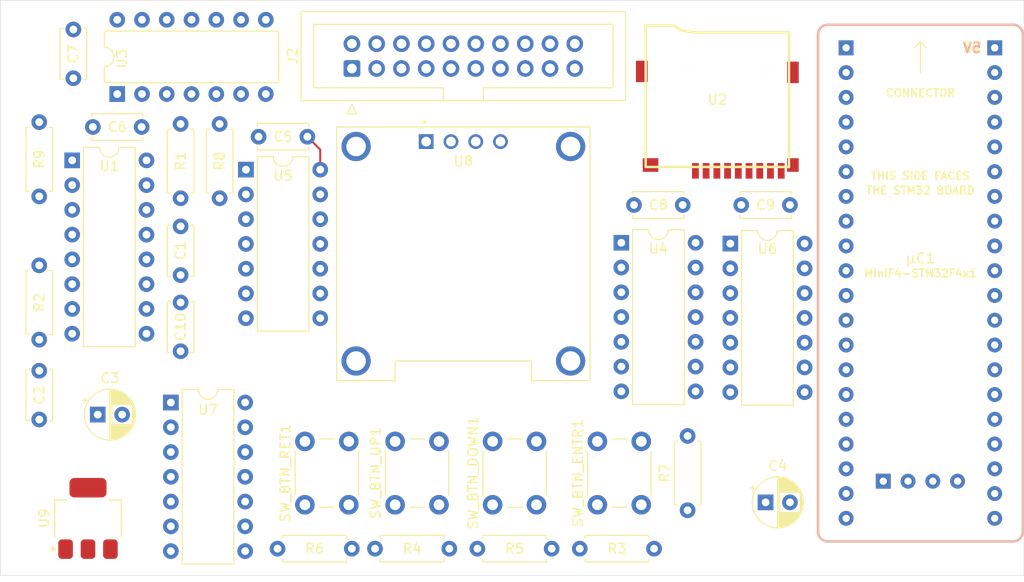
<source format=kicad_pcb>
(kicad_pcb (version 20240108) (generator "pcbnew") (generator_version "8.0")
  (layers (0 "F.Cu" signal) (31 "B.Cu" signal) (34 "B.Paste" user) (35 "F.Paste" user) (36 "B.SilkS" user "B.Silkscreen") (37 "F.SilkS" user "F.Silkscreen") (38 "B.Mask" user) (39 "F.Mask" user) (44 "Edge.Cuts" user))
  (net 0 "")
  (net 1 "Net-(U1A-Cext)")
  (net 2 "Net-(U1A-RCext)")
  (net 3 "Net-(U1B-Cext)")
  (net 4 "Net-(U1B-RCext)")
  (net 5 "GND")
  (net 6 "VCC")
  (net 8 "STEP2")
  (net 9 "WR_REQ")
  (net 10 "STEP3")
  (net 11 "DRIVE_ENABLE")
  (net 12 "STEP0")
  (net 13 "WRDATA")
  (net 18 "STEP1")
  (net 20 "RDDATA")
  (net 21 "WR_PROTECT")
  (net 22 "Net-(R3-Pad1)")
  (net 23 "Net-(R4-Pad1)")
  (net 24 "Net-(R5-Pad1)")
  (net 25 "Net-(R6-Pad1)")
  (net 26 "BTN_DOWN")
  (net 27 "BTN_ENTR")
  (net 28 "BTN_RET")
  (net 29 "BTN_UP")
  (net 30 "Net-(U1A-Q)")
  (net 32 "Net-(U1A-Clr)")
  (net 34 "Net-(U1B-Q)")
  (net 35 "SP1_MISO")
  (net 37 "/{slash}WRDATA")
  (net 38 "SPI2_MISO")
  (net 39 "+3.3V")
  (net 40 "SPI2_SCK")
  (net 41 "SPI2_MOSI")
  (net 42 "SD_EJECT")
  (net 43 "SPI2_NSS")
  (net 44 "WRPROT")
  (net 45 "SPI1_SCK")
  (net 46 "/{slash}WR_REQ")
  (net 47 "C_OUT")
  (net 48 "{slash}DRIVE_ENABLE")
  (net 49 "SPI3_SCK")
  (net 52 "NEW_WRDATA")
  (net 53 "Net-(U5B-D)")
  (net 54 "Net-(U5A-Q)")
  (net 57 "TIM4")
  (net 59 "Net-(U6A-Q3)")
  (net 63 "I2C_SDA")
  (net 64 "USART1_RX")
  (net 65 "I2C_SCL")
  (net 66 "USART1_TX")
  (net 67 "SP1_SCK")
  (footprint "Package_DIP:DIP-14_W7.62mm" (layer "F.Cu") (at 106.2 36.875)
    (property "Reference" "U5" (at 3.81 0.625 0) (layer "F.SilkS"))
    (property "Value" "74LS74")
    (pad "1" thru_hole rect (at 0 0) (size 1.6 1.6) (drill 0.8) (layers "*.Cu" "*.Mask") (net 6 "VCC"))
    (pad "2" thru_hole oval (at 0 2.54) (size 1.6 1.6) (drill 0.8) (layers "*.Cu" "*.Mask") (net 37 "/{slash}WRDATA"))
    (pad "3" thru_hole oval (at 0 5.08) (size 1.6 1.6) (drill 0.8) (layers "*.Cu" "*.Mask") (net 47 "C_OUT"))
    (pad "4" thru_hole oval (at 0 7.62) (size 1.6 1.6) (drill 0.8) (layers "*.Cu" "*.Mask") (net 6 "VCC"))
    (pad "5" thru_hole oval (at 0 10.16) (size 1.6 1.6) (drill 0.8) (layers "*.Cu" "*.Mask") (net 54 "Net-(U5A-Q)"))
    (pad "6" thru_hole oval (at 0 12.7) (size 1.6 1.6) (drill 0.8) (layers "*.Cu" "*.Mask"))
    (pad "7" thru_hole oval (at 0 15.24) (size 1.6 1.6) (drill 0.8) (layers "*.Cu" "*.Mask") (net 5 "GND"))
    (pad "8" thru_hole oval (at 7.62 15.24) (size 1.6 1.6) (drill 0.8) (layers "*.Cu" "*.Mask"))
    (pad "9" thru_hole oval (at 7.62 12.7) (size 1.6 1.6) (drill 0.8) (layers "*.Cu" "*.Mask") (net 52 "NEW_WRDATA"))
    (pad "10" thru_hole oval (at 7.62 10.16) (size 1.6 1.6) (drill 0.8) (layers "*.Cu" "*.Mask") (net 6 "VCC"))
    (pad "11" thru_hole oval (at 7.62 7.62) (size 1.6 1.6) (drill 0.8) (layers "*.Cu" "*.Mask") (net 47 "C_OUT"))
    (pad "12" thru_hole oval (at 7.62 5.08) (size 1.6 1.6) (drill 0.8) (layers "*.Cu" "*.Mask") (net 53 "Net-(U5B-D)"))
    (pad "13" thru_hole oval (at 7.62 2.54) (size 1.6 1.6) (drill 0.8) (layers "*.Cu" "*.Mask") (net 46 "/{slash}WR_REQ"))
    (pad "14" thru_hole oval (at 7.62 0) (size 1.6 1.6) (drill 0.8) (layers "*.Cu" "*.Mask") (net 6 "VCC"))
  )
  (footprint "Connector_IDC:IDC-Header_2x10_P2.54mm_Vertical" (layer "F.Cu") (at 117.07 26.5 90)
    (property "Reference" "J2" (at 1.27 -6.1 -90) (layer "F.SilkS"))
    (property "Value" "APPLE_SDISKII")
    (pad "1" thru_hole roundrect (at 0 0 90) (size 1.7 1.7) (drill 1) (layers "*.Cu" "*.Mask") (roundrect_rratio 0.147059) (net 5 "GND"))
    (pad "2" thru_hole circle (at 2.54 0 90) (size 1.7 1.7) (drill 1) (layers "*.Cu" "*.Mask") (net 12 "STEP0"))
    (pad "3" thru_hole circle (at 0 2.54 90) (size 1.7 1.7) (drill 1) (layers "*.Cu" "*.Mask") (net 5 "GND"))
    (pad "4" thru_hole circle (at 2.54 2.54 90) (size 1.7 1.7) (drill 1) (layers "*.Cu" "*.Mask") (net 18 "STEP1"))
    (pad "5" thru_hole circle (at 0 5.08 90) (size 1.7 1.7) (drill 1) (layers "*.Cu" "*.Mask") (net 5 "GND"))
    (pad "6" thru_hole circle (at 2.54 5.08 90) (size 1.7 1.7) (drill 1) (layers "*.Cu" "*.Mask") (net 8 "STEP2"))
    (pad "7" thru_hole circle (at 0 7.62 90) (size 1.7 1.7) (drill 1) (layers "*.Cu" "*.Mask") (net 5 "GND"))
    (pad "8" thru_hole circle (at 2.54 7.62 90) (size 1.7 1.7) (drill 1) (layers "*.Cu" "*.Mask") (net 10 "STEP3"))
    (pad "9" thru_hole circle (at 0 10.16 90) (size 1.7 1.7) (drill 1) (layers "*.Cu" "*.Mask"))
    (pad "10" thru_hole circle (at 2.54 10.16 90) (size 1.7 1.7) (drill 1) (layers "*.Cu" "*.Mask") (net 9 "WR_REQ"))
    (pad "11" thru_hole circle (at 0 12.7 90) (size 1.7 1.7) (drill 1) (layers "*.Cu" "*.Mask"))
    (pad "12" thru_hole circle (at 2.54 12.7 90) (size 1.7 1.7) (drill 1) (layers "*.Cu" "*.Mask") (net 6 "VCC"))
    (pad "13" thru_hole circle (at 0 15.24 90) (size 1.7 1.7) (drill 1) (layers "*.Cu" "*.Mask"))
    (pad "14" thru_hole circle (at 2.54 15.24 90) (size 1.7 1.7) (drill 1) (layers "*.Cu" "*.Mask") (net 11 "DRIVE_ENABLE"))
    (pad "15" thru_hole circle (at 0 17.78 90) (size 1.7 1.7) (drill 1) (layers "*.Cu" "*.Mask"))
    (pad "16" thru_hole circle (at 2.54 17.78 90) (size 1.7 1.7) (drill 1) (layers "*.Cu" "*.Mask") (net 20 "RDDATA"))
    (pad "17" thru_hole circle (at 0 20.32 90) (size 1.7 1.7) (drill 1) (layers "*.Cu" "*.Mask"))
    (pad "18" thru_hole circle (at 2.54 20.32 90) (size 1.7 1.7) (drill 1) (layers "*.Cu" "*.Mask") (net 13 "WRDATA"))
    (pad "19" thru_hole circle (at 0 22.86 90) (size 1.7 1.7) (drill 1) (layers "*.Cu" "*.Mask"))
    (pad "20" thru_hole circle (at 2.54 22.86 90) (size 1.7 1.7) (drill 1) (layers "*.Cu" "*.Mask") (net 21 "WR_PROTECT"))
  )
  (footprint "Resistor_THT:R_Axial_DIN0207_L6.3mm_D2.5mm_P7.62mm_Horizontal" (layer "F.Cu") (at 109.44 75.75)
    (property "Reference" "R6" (at 3.81 0 0) (layer "F.SilkS"))
    (property "Value" "10k")
    (pad "1" thru_hole circle (at 0 0) (size 1.6 1.6) (drill 0.8) (layers "*.Cu" "*.Mask") (net 25 "Net-(R6-Pad1)"))
    (pad "2" thru_hole oval (at 7.62 0) (size 1.6 1.6) (drill 0.8) (layers "*.Cu" "*.Mask") (net 6 "VCC"))
  )
  (footprint "acheron_Hardware.pretty-master:Mini_F4X1_STM32" (layer "F.Cu") (at 175.38 48.51)
    (property "Reference" "μC1" (at 0 -2.54 0) (layer "F.SilkS"))
    (property "Value" "BlackPill STMF4X1")
    (fp_text user "5V" (at 6.35 -24.13 0) (layer "B.SilkS") (effects (font (size 1.016 1.016) (thickness 0.2032)) (justify left mirror)))
    (fp_text user "THE STM32 BOARD" (at 0 -9.5 0) (layer "F.SilkS") (effects (font (size 0.8 0.8) (thickness 0.16))))
    (fp_text user "MiniF4-STM32F4x1" (at 0 -1 0) (layer "F.SilkS") (effects (font (size 0.8 0.8) (thickness 0.16))))
    (fp_text user "CONNECTOR" (at 0 -19.5 0) (layer "F.SilkS") (effects (font (size 0.8 0.8) (thickness 0.16))))
    (fp_text user "5V" (at 6.35 -24.13 0) (layer "F.SilkS") (effects (font (size 1.016 1.016) (thickness 0.2032)) (justify right)))
    (fp_text user "THIS SIDE FACES" (at 0 -11 0) (layer "F.SilkS") (effects (font (size 0.8 0.8) (thickness 0.16))))
    (pad "" np_thru_hole circle (at -7.62 -24.13) (size 0.762 0.762) (drill 0.762) (layers "F.Mask"))
    (pad "" np_thru_hole circle (at -7.62 -21.59) (size 0.762 0.762) (drill 0.762) (layers "F.Mask"))
    (pad "" np_thru_hole circle (at -7.62 -19.05) (size 0.762 0.762) (drill 0.762) (layers "F.Mask"))
    (pad "" np_thru_hole circle (at -7.62 -16.51) (size 0.762 0.762) (drill 0.762) (layers "F.Mask"))
    (pad "" np_thru_hole circle (at -7.62 -13.97) (size 0.762 0.762) (drill 0.762) (layers "F.Mask"))
    (pad "" np_thru_hole circle (at -7.62 -11.43) (size 0.762 0.762) (drill 0.762) (layers "F.Mask"))
    (pad "" np_thru_hole circle (at -7.62 -8.89) (size 0.762 0.762) (drill 0.762) (layers "F.Mask"))
    (pad "" np_thru_hole circle (at -7.62 -6.35) (size 0.762 0.762) (drill 0.762) (layers "F.Mask"))
    (pad "" np_thru_hole circle (at -7.62 -3.81) (size 0.762 0.762) (drill 0.762) (layers "F.Mask"))
    (pad "" np_thru_hole circle (at -7.62 -1.27) (size 0.762 0.762) (drill 0.762) (layers "F.Mask"))
    (pad "" np_thru_hole circle (at -7.62 1.27) (size 0.762 0.762) (drill 0.762) (layers "F.Mask"))
    (pad "" np_thru_hole circle (at -7.62 3.81) (size 0.762 0.762) (drill 0.762) (layers "F.Mask"))
    (pad "" np_thru_hole circle (at -7.62 6.35) (size 0.762 0.762) (drill 0.762) (layers "F.Mask"))
    (pad "" np_thru_hole circle (at -7.62 8.89) (size 0.762 0.762) (drill 0.762) (layers "F.Mask"))
    (pad "" np_thru_hole circle (at -7.62 11.43) (size 0.762 0.762) (drill 0.762) (layers "F.Mask"))
    (pad "" np_thru_hole circle (at -7.62 13.97) (size 0.762 0.762) (drill 0.762) (layers "F.Mask"))
    (pad "" np_thru_hole circle (at -7.62 16.51) (size 0.762 0.762) (drill 0.762) (layers "F.Mask"))
    (pad "" np_thru_hole circle (at -7.62 19.05) (size 0.762 0.762) (drill 0.762) (layers "F.Mask"))
    (pad "" np_thru_hole circle (at -7.62 21.59) (size 0.762 0.762) (drill 0.762) (layers "F.Mask"))
    (pad "" np_thru_hole circle (at -7.62 24.13 90) (size 0.762 0.762) (drill 0.762) (layers "F.Mask"))
    (pad "" np_thru_hole circle (at -3.81 20.32) (size 0.762 0.762) (drill 0.762) (layers "F.Mask"))
    (pad "" np_thru_hole circle (at -1.27 20.32) (size 0.762 0.762) (drill 0.762) (layers "F.Mask"))
    (pad "" np_thru_hole circle (at 1.27 20.32) (size 0.762 0.762) (drill 0.762) (layers "F.Mask"))
    (pad "" np_thru_hole circle (at 3.81 20.32) (size 0.762 0.762) (drill 0.762) (layers "F.Mask"))
    (pad "" np_thru_hole circle (at 7.62 -21.59) (size 0.762 0.762) (drill 0.762) (layers "F.Mask"))
    (pad "" np_thru_hole circle (at 7.62 -19.05) (size 0.762 0.762) (drill 0.762) (layers "F.Mask"))
    (pad "" np_thru_hole circle (at 7.62 -16.51) (size 0.762 0.762) (drill 0.762) (layers "F.Mask"))
    (pad "" np_thru_hole circle (at 7.62 -13.97) (size 0.762 0.762) (drill 0.762) (layers "F.Mask"))
    (pad "" np_thru_hole circle (at 7.62 -11.43) (size 0.762 0.762) (drill 0.762) (layers "F.Mask"))
    (pad "" np_thru_hole circle (at 7.62 -8.89) (size 0.762 0.762) (drill 0.762) (layers "F.Mask"))
    (pad "" np_thru_hole circle (at 7.62 -6.35) (size 0.762 0.762) (drill 0.762) (layers "F.Mask"))
    (pad "" np_thru_hole circle (at 7.62 -3.81) (size 0.762 0.762) (drill 0.762) (layers "F.Mask"))
    (pad "" np_thru_hole circle (at 7.62 -1.27) (size 0.762 0.762) (drill 0.762) (layers "F.Mask"))
    (pad "" np_thru_hole circle (at 7.62 1.27) (size 0.762 0.762) (drill 0.762) (layers "F.Mask"))
    (pad "" np_thru_hole circle (at 7.62 3.81) (size 0.762 0.762) (drill 0.762) (layers "F.Mask"))
    (pad "" np_thru_hole circle (at 7.62 6.35) (size 0.762 0.762) (drill 0.762) (layers "F.Mask"))
    (pad "" np_thru_hole circle (at 7.62 8.89) (size 0.762 0.762) (drill 0.762) (layers "F.Mask"))
    (pad "" np_thru_hole circle (at 7.62 11.43) (size 0.762 0.762) (drill 0.762) (layers "F.Mask"))
    (pad "" np_thru_hole circle (at 7.62 13.97) (size 0.762 0.762) (drill 0.762) (layers "F.Mask"))
    (pad "" np_thru_hole circle (at 7.62 16.51) (size 0.762 0.762) (drill 0.762) (layers "F.Mask"))
    (pad "" np_thru_hole circle (at 7.62 19.05) (size 0.762 0.762) (drill 0.762) (layers "F.Mask"))
    (pad "" np_thru_hole circle (at 7.62 21.59) (size 0.762 0.762) (drill 0.762) (layers "F.Mask"))
    (pad "" np_thru_hole circle (at 7.62 24.13) (size 0.762 0.762) (drill 0.762) (layers "F.Mask"))
    (pad "1" thru_hole rect (at -7.62 -24.13) (size 1.524 1.524) (drill 0.762) (layers "*.Cu" "B.Mask") (net 43 "SPI2_NSS"))
    (pad "2" thru_hole circle (at -7.62 -21.59) (size 1.524 1.524) (drill 0.762) (layers "*.Cu" "B.Mask") (net 40 "SPI2_SCK"))
    (pad "3" thru_hole circle (at -7.62 -19.05) (size 1.524 1.524) (drill 0.762) (layers "*.Cu" "B.Mask") (net 38 "SPI2_MISO"))
    (pad "4" thru_hole circle (at -7.62 -16.51) (size 1.524 1.524) (drill 0.762) (layers "*.Cu" "B.Mask") (net 41 "SPI2_MOSI"))
    (pad "5" thru_hole circle (at -7.62 -13.97) (size 1.524 1.524) (drill 0.762) (layers "*.Cu" "B.Mask"))
    (pad "6" thru_hole circle (at -7.62 -11.43) (size 1.524 1.524) (drill 0.762) (layers "*.Cu" "B.Mask") (net 66 "USART1_TX"))
    (pad "7" thru_hole circle (at -7.62 -8.89) (size 1.524 1.524) (drill 0.762) (layers "*.Cu" "B.Mask") (net 64 "USART1_RX"))
    (pad "8" thru_hole circle (at -7.62 -6.35) (size 1.524 1.524) (drill 0.762) (layers "*.Cu" "B.Mask"))
    (pad "9" thru_hole circle (at -7.62 -3.81) (size 1.524 1.524) (drill 0.762) (layers "*.Cu" "B.Mask"))
    (pad "10" thru_hole circle (at -7.62 -1.27) (size 1.524 1.524) (drill 0.762) (layers "*.Cu" "B.Mask"))
    (pad "11" thru_hole circle (at -7.62 1.27) (size 1.524 1.524) (drill 0.762) (layers "*.Cu" "B.Mask") (net 49 "SPI3_SCK"))
    (pad "12" thru_hole circle (at -7.62 3.81) (size 1.524 1.524) (drill 0.762) (layers "*.Cu" "B.Mask") (net 45 "SPI1_SCK"))
    (pad "13" thru_hole circle (at -7.62 6.35) (size 1.524 1.524) (drill 0.762) (layers "*.Cu" "B.Mask") (net 52 "NEW_WRDATA"))
    (pad "14" thru_hole circle (at -7.62 8.89) (size 1.524 1.524) (drill 0.762) (layers "*.Cu" "B.Mask") (net 65 "I2C_SCL"))
    (pad "15" thru_hole circle (at -7.62 11.43) (size 1.524 1.524) (drill 0.762) (layers "*.Cu" "B.Mask") (net 63 "I2C_SDA"))
    (pad "16" thru_hole circle (at -7.62 13.97) (size 1.524 1.524) (drill 0.762) (layers "*.Cu" "B.Mask") (net 57 "TIM4"))
    (pad "17" thru_hole circle (at -7.62 16.51) (size 1.524 1.524) (drill 0.762) (layers "*.Cu" "B.Mask") (net 9 "WR_REQ"))
    (pad "18" thru_hole circle (at -7.62 19.05) (size 1.524 1.524) (drill 0.762) (layers "*.Cu" "B.Mask"))
    (pad "19" thru_hole circle (at -7.62 21.59) (size 1.524 1.524) (drill 0.762) (layers "*.Cu" "B.Mask") (net 5 "GND"))
    (pad "20" thru_hole circle (at -7.62 24.13) (size 1.524 1.524) (drill 0.762) (layers "*.Cu" "B.Mask") (net 39 "+3.3V"))
    (pad "21" thru_hole circle (at 7.62 24.13) (size 1.524 1.524) (drill 0.762) (layers "*.Cu" "B.Mask"))
    (pad "22" thru_hole circle (at 7.62 21.59) (size 1.524 1.524) (drill 0.762) (layers "*.Cu" "B.Mask") (net 27 "BTN_ENTR"))
    (pad "23" thru_hole circle (at 7.62 19.05) (size 1.524 1.524) (drill 0.762) (layers "*.Cu" "B.Mask") (net 29 "BTN_UP"))
    (pad "24" thru_hole circle (at 7.62 16.51) (size 1.524 1.524) (drill 0.762) (layers "*.Cu" "B.Mask") (net 26 "BTN_DOWN"))
    (pad "25" thru_hole circle (at 7.62 13.97) (size 1.524 1.524) (drill 0.762) (layers "*.Cu" "B.Mask"))
    (pad "26" thru_hole circle (at 7.62 11.43) (size 1.524 1.524) (drill 0.762) (layers "*.Cu" "B.Mask") (net 12 "STEP0"))
    (pad "27" thru_hole circle (at 7.62 8.89) (size 1.524 1.524) (drill 0.762) (layers "*.Cu" "B.Mask") (net 18 "STEP1"))
    (pad "28" thru_hole circle (at 7.62 6.35) (size 1.524 1.524) (drill 0.762) (layers "*.Cu" "B.Mask") (net 8 "STEP2"))
    (pad "29" thru_hole circle (at 7.62 3.81) (size 1.524 1.524) (drill 0.762) (layers "*.Cu" "B.Mask") (net 10 "STEP3"))
    (pad "30" thru_hole circle (at 7.62 1.27) (size 1.524 1.524) (drill 0.762) (layers "*.Cu" "B.Mask") (net 48 "{slash}DRIVE_ENABLE"))
    (pad "31" thru_hole circle (at 7.62 -1.27) (size 1.524 1.524) (drill 0.762) (layers "*.Cu" "B.Mask") (net 67 "SP1_SCK"))
    (pad "32" thru_hole circle (at 7.62 -3.81) (size 1.524 1.524) (drill 0.762) (layers "*.Cu" "B.Mask") (net 35 "SP1_MISO"))
    (pad "33" thru_hole circle (at 7.62 -6.35) (size 1.524 1.524) (drill 0.762) (layers "*.Cu" "B.Mask") (net 42 "SD_EJECT"))
    (pad "34" thru_hole circle (at 7.62 -8.89) (size 1.524 1.524) (drill 0.762) (layers "*.Cu" "B.Mask"))
    (pad "35" thru_hole circle (at 7.62 -11.43) (size 1.524 1.524) (drill 0.762) (layers "*.Cu" "B.Mask") (net 44 "WRPROT"))
    (pad "36" thru_hole circle (at 7.62 -13.97) (size 1.524 1.524) (drill 0.762) (layers "*.Cu" "B.Mask"))
    (pad "37" thru_hole circle (at 7.62 -16.51) (size 1.524 1.524) (drill 0.762) (layers "*.Cu" "B.Mask") (net 28 "BTN_RET"))
    (pad "38" thru_hole circle (at 7.62 -19.05) (size 1.524 1.524) (drill 0.762) (layers "*.Cu" "B.Mask"))
    (pad "39" thru_hole circle (at 7.62 -21.59) (size 1.524 1.524) (drill 0.762) (layers "*.Cu" "B.Mask") (net 5 "GND"))
    (pad "40" thru_hole rect (at 7.62 -24.13) (size 1.524 1.524) (drill 0.762) (layers "*.Cu" "*.Mask"))
    (pad "41" thru_hole rect (at -3.81 20.32) (size 1.524 1.524) (drill 0.762) (layers "*.Cu" "B.Mask"))
    (pad "42" thru_hole circle (at -1.27 20.32) (size 1.524 1.524) (drill 0.762) (layers "*.Cu" "B.Mask"))
    (pad "43" thru_hole circle (at 1.27 20.32) (size 1.524 1.524) (drill 0.762) (layers "*.Cu" "B.Mask"))
    (pad "44" thru_hole circle (at 3.81 20.32) (size 1.524 1.524) (drill 0.762) (layers "*.Cu" "B.Mask"))
  )
  (footprint "Button_Switch_THT:SW_PUSH_6mm" (layer "F.Cu") (at 121.5 71.25 90)
    (property "Reference" "SW_BTN_UP1" (at 3.25 -2 270) (layer "F.SilkS"))
    (property "Value" "SW_Push")
    (pad "1" thru_hole circle (at 0 0 180) (size 2 2) (drill 1.1) (layers "*.Cu" "*.Mask") (net 23 "Net-(R4-Pad1)"))
    (pad "1" thru_hole circle (at 6.5 0 180) (size 2 2) (drill 1.1) (layers "*.Cu" "*.Mask") (net 23 "Net-(R4-Pad1)"))
    (pad "2" thru_hole circle (at 0 4.5 180) (size 2 2) (drill 1.1) (layers "*.Cu" "*.Mask") (net 29 "BTN_UP"))
    (pad "2" thru_hole circle (at 6.5 4.5 180) (size 2 2) (drill 1.1) (layers "*.Cu" "*.Mask") (net 29 "BTN_UP"))
  )
  (footprint "Resistor_THT:R_Axial_DIN0207_L6.3mm_D2.5mm_P7.62mm_Horizontal" (layer "F.Cu") (at 85 46.69 -90)
    (property "Reference" "R2" (at 3.81 0 90) (layer "F.SilkS"))
    (property "Value" "10k")
    (pad "1" thru_hole circle (at 0 0 270) (size 1.6 1.6) (drill 0.8) (layers "*.Cu" "*.Mask") (net 4 "Net-(U1B-RCext)"))
    (pad "2" thru_hole oval (at 7.62 0 270) (size 1.6 1.6) (drill 0.8) (layers "*.Cu" "*.Mask") (net 6 "VCC"))
  )
  (footprint "Resistor_THT:R_Axial_DIN0207_L6.3mm_D2.5mm_P7.62mm_Horizontal" (layer "F.Cu") (at 103.5 39.81 90)
    (property "Reference" "R8" (at 3.81 0 270) (layer "F.SilkS"))
    (property "Value" "1k")
    (pad "1" thru_hole circle (at 0 0 90) (size 1.6 1.6) (drill 0.8) (layers "*.Cu" "*.Mask") (net 6 "VCC"))
    (pad "2" thru_hole oval (at 7.62 0 90) (size 1.6 1.6) (drill 0.8) (layers "*.Cu" "*.Mask") (net 21 "WR_PROTECT"))
  )
  (footprint "Capacitor_THT:C_Disc_D5.0mm_W2.5mm_P5.00mm" (layer "F.Cu") (at 157 40.5)
    (property "Reference" "C9" (at 2.5 0 0) (layer "F.SilkS"))
    (property "Value" "100nF")
    (pad "1" thru_hole circle (at 0 0) (size 1.6 1.6) (drill 0.8) (layers "*.Cu" "*.Mask") (net 6 "VCC"))
    (pad "2" thru_hole circle (at 5 0) (size 1.6 1.6) (drill 0.8) (layers "*.Cu" "*.Mask") (net 5 "GND"))
  )
  (footprint "Resistor_THT:R_Axial_DIN0207_L6.3mm_D2.5mm_P7.62mm_Horizontal" (layer "F.Cu") (at 99.5 39.81 90)
    (property "Reference" "R1" (at 3.81 0 270) (layer "F.SilkS"))
    (property "Value" "10k")
    (pad "1" thru_hole circle (at 0 0 90) (size 1.6 1.6) (drill 0.8) (layers "*.Cu" "*.Mask") (net 2 "Net-(U1A-RCext)"))
    (pad "2" thru_hole oval (at 7.62 0 90) (size 1.6 1.6) (drill 0.8) (layers "*.Cu" "*.Mask") (net 6 "VCC"))
  )
  (footprint "Capacitor_THT:C_Disc_D5.0mm_W2.5mm_P5.00mm" (layer "F.Cu") (at 99.5 42.69 -90)
    (property "Reference" "C1" (at 2.5 0 90) (layer "F.SilkS"))
    (property "Value" "220pF")
    (pad "1" thru_hole circle (at 0 0 270) (size 1.6 1.6) (drill 0.8) (layers "*.Cu" "*.Mask") (net 2 "Net-(U1A-RCext)"))
    (pad "2" thru_hole circle (at 5 0 270) (size 1.6 1.6) (drill 0.8) (layers "*.Cu" "*.Mask") (net 1 "Net-(U1A-Cext)"))
  )
  (footprint "Resistor_THT:R_Axial_DIN0207_L6.3mm_D2.5mm_P7.62mm_Horizontal" (layer "F.Cu") (at 85 32 -90)
    (property "Reference" "R9" (at 3.81 0 90) (layer "F.SilkS"))
    (property "Value" "1k")
    (pad "1" thru_hole circle (at 0 0 270) (size 1.6 1.6) (drill 0.8) (layers "*.Cu" "*.Mask") (net 20 "RDDATA"))
    (pad "2" thru_hole oval (at 7.62 0 270) (size 1.6 1.6) (drill 0.8) (layers "*.Cu" "*.Mask") (net 6 "VCC"))
  )
  (footprint "Resistor_THT:R_Axial_DIN0207_L6.3mm_D2.5mm_P7.62mm_Horizontal" (layer "F.Cu") (at 119.44 75.75)
    (property "Reference" "R4" (at 3.81 0 0) (layer "F.SilkS"))
    (property "Value" "10k")
    (pad "1" thru_hole circle (at 0 0) (size 1.6 1.6) (drill 0.8) (layers "*.Cu" "*.Mask") (net 23 "Net-(R4-Pad1)"))
    (pad "2" thru_hole oval (at 7.62 0) (size 1.6 1.6) (drill 0.8) (layers "*.Cu" "*.Mask") (net 6 "VCC"))
  )
  (footprint "Resistor_THT:R_Axial_DIN0207_L6.3mm_D2.5mm_P7.62mm_Horizontal" (layer "F.Cu") (at 151.5 71.81 90)
    (property "Reference" "R7" (at 3.81 -2.37 270) (layer "F.SilkS"))
    (property "Value" "1k")
    (pad "1" thru_hole circle (at 0 0 90) (size 1.6 1.6) (drill 0.8) (layers "*.Cu" "*.Mask") (net 9 "WR_REQ"))
    (pad "2" thru_hole oval (at 7.62 0 90) (size 1.6 1.6) (drill 0.8) (layers "*.Cu" "*.Mask") (net 6 "VCC"))
  )
  (footprint "Package_DIP:DIP-14_W7.62mm" (layer "F.Cu") (at 93 29.12 90)
    (property "Reference" "U3" (at 3.62 0.5 270) (layer "F.SilkS"))
    (property "Value" "74LS125")
    (pad "1" thru_hole rect (at 0 0 90) (size 1.6 1.6) (drill 0.8) (layers "*.Cu" "*.Mask") (net 11 "DRIVE_ENABLE"))
    (pad "2" thru_hole oval (at 0 2.54 90) (size 1.6 1.6) (drill 0.8) (layers "*.Cu" "*.Mask") (net 30 "Net-(U1A-Q)"))
    (pad "3" thru_hole oval (at 0 5.08 90) (size 1.6 1.6) (drill 0.8) (layers "*.Cu" "*.Mask") (net 20 "RDDATA"))
    (pad "4" thru_hole oval (at 0 7.62 90) (size 1.6 1.6) (drill 0.8) (layers "*.Cu" "*.Mask") (net 11 "DRIVE_ENABLE"))
    (pad "5" thru_hole oval (at 0 10.16 90) (size 1.6 1.6) (drill 0.8) (layers "*.Cu" "*.Mask") (net 44 "WRPROT"))
    (pad "6" thru_hole oval (at 0 12.7 90) (size 1.6 1.6) (drill 0.8) (layers "*.Cu" "*.Mask") (net 21 "WR_PROTECT"))
    (pad "7" thru_hole oval (at 0 15.24 90) (size 1.6 1.6) (drill 0.8) (layers "*.Cu" "*.Mask") (net 5 "GND"))
    (pad "8" thru_hole oval (at 7.62 15.24 90) (size 1.6 1.6) (drill 0.8) (layers "*.Cu" "*.Mask"))
    (pad "9" thru_hole oval (at 7.62 12.7 90) (size 1.6 1.6) (drill 0.8) (layers "*.Cu" "*.Mask"))
    (pad "10" thru_hole oval (at 7.62 10.16 90) (size 1.6 1.6) (drill 0.8) (layers "*.Cu" "*.Mask"))
    (pad "11" thru_hole oval (at 7.62 7.62 90) (size 1.6 1.6) (drill 0.8) (layers "*.Cu" "*.Mask"))
    (pad "12" thru_hole oval (at 7.62 5.08 90) (size 1.6 1.6) (drill 0.8) (layers "*.Cu" "*.Mask"))
    (pad "13" thru_hole oval (at 7.62 2.54 90) (size 1.6 1.6) (drill 0.8) (layers "*.Cu" "*.Mask"))
    (pad "14" thru_hole oval (at 7.62 0 90) (size 1.6 1.6) (drill 0.8) (layers "*.Cu" "*.Mask") (net 6 "VCC"))
  )
  (footprint "Capacitor_THT:C_Disc_D5.0mm_W2.5mm_P5.00mm" (layer "F.Cu") (at 88.5 22.5 -90)
    (property "Reference" "C7" (at 2.5 0 90) (layer "F.SilkS"))
    (property "Value" "100nF")
    (pad "1" thru_hole circle (at 0 0 270) (size 1.6 1.6) (drill 0.8) (layers "*.Cu" "*.Mask") (net 6 "VCC"))
    (pad "2" thru_hole circle (at 5 0 270) (size 1.6 1.6) (drill 0.8) (layers "*.Cu" "*.Mask") (net 5 "GND"))
  )
  (footprint "Capacitor_THT:C_Disc_D5.0mm_W2.5mm_P5.00mm" (layer "F.Cu") (at 112.5 33.5 180)
    (property "Reference" "C5" (at 2.5 0 180) (layer "F.SilkS"))
    (property "Value" "100nF")
    (pad "1" thru_hole circle (at 0 0 180) (size 1.6 1.6) (drill 0.8) (layers "*.Cu" "*.Mask") (net 6 "VCC"))
    (pad "2" thru_hole circle (at 5 0 180) (size 1.6 1.6) (drill 0.8) (layers "*.Cu" "*.Mask") (net 5 "GND"))
  )
  (footprint "Package_DIP:DIP-14_W7.62mm" (layer "F.Cu") (at 144.7 44.375)
    (property "Reference" "U4" (at 3.81 0.625 0) (layer "F.SilkS"))
    (property "Value" "74LS14")
    (pad "1" thru_hole rect (at 0 0) (size 1.6 1.6) (drill 0.8) (layers "*.Cu" "*.Mask") (net 45 "SPI1_SCK"))
    (pad "2" thru_hole oval (at 0 2.54) (size 1.6 1.6) (drill 0.8) (layers "*.Cu" "*.Mask") (net 32 "Net-(U1A-Clr)"))
    (pad "3" thru_hole oval (at 0 5.08) (size 1.6 1.6) (drill 0.8) (layers "*.Cu" "*.Mask") (net 9 "WR_REQ"))
    (pad "4" thru_hole oval (at 0 7.62) (size 1.6 1.6) (drill 0.8) (layers "*.Cu" "*.Mask") (net 46 "/{slash}WR_REQ"))
    (pad "5" thru_hole oval (at 0 10.16) (size 1.6 1.6) (drill 0.8) (layers "*.Cu" "*.Mask") (net 13 "WRDATA"))
    (pad "6" thru_hole oval (at 0 12.7) (size 1.6 1.6) (drill 0.8) (layers "*.Cu" "*.Mask") (net 37 "/{slash}WRDATA"))
    (pad "7" thru_hole oval (at 0 15.24) (size 1.6 1.6) (drill 0.8) (layers "*.Cu" "*.Mask") (net 5 "GND"))
    (pad "8" thru_hole oval (at 7.62 15.24) (size 1.6 1.6) (drill 0.8) (layers "*.Cu" "*.Mask") (net 49 "SPI3_SCK"))
    (pad "9" thru_hole oval (at 7.62 12.7) (size 1.6 1.6) (drill 0.8) (layers "*.Cu" "*.Mask") (net 47 "C_OUT"))
    (pad "10" thru_hole oval (at 7.62 10.16) (size 1.6 1.6) (drill 0.8) (layers "*.Cu" "*.Mask") (net 48 "{slash}DRIVE_ENABLE"))
    (pad "11" thru_hole oval (at 7.62 7.62) (size 1.6 1.6) (drill 0.8) (layers "*.Cu" "*.Mask") (net 11 "DRIVE_ENABLE"))
    (pad "12" thru_hole oval (at 7.62 5.08) (size 1.6 1.6) (drill 0.8) (layers "*.Cu" "*.Mask"))
    (pad "13" thru_hole oval (at 7.62 2.54) (size 1.6 1.6) (drill 0.8) (layers "*.Cu" "*.Mask"))
    (pad "14" thru_hole oval (at 7.62 0) (size 1.6 1.6) (drill 0.8) (layers "*.Cu" "*.Mask") (net 6 "VCC"))
  )
  (footprint "Package_DIP:DIP-14_W7.62mm" (layer "F.Cu") (at 98.5 60.76)
    (property "Reference" "U7" (at 3.81 0.74 0) (layer "F.SilkS"))
    (property "Value" "74LS86")
    (pad "1" thru_hole rect (at 0 0) (size 1.6 1.6) (drill 0.8) (layers "*.Cu" "*.Mask") (net 37 "/{slash}WRDATA"))
    (pad "2" thru_hole oval (at 0 2.54) (size 1.6 1.6) (drill 0.8) (layers "*.Cu" "*.Mask") (net 54 "Net-(U5A-Q)"))
    (pad "3" thru_hole oval (at 0 5.08) (size 1.6 1.6) (drill 0.8) (layers "*.Cu" "*.Mask") (net 53 "Net-(U5B-D)"))
    (pad "4" thru_hole oval (at 0 7.62) (size 1.6 1.6) (drill 0.8) (layers "*.Cu" "*.Mask"))
    (pad "5" thru_hole oval (at 0 10.16) (size 1.6 1.6) (drill 0.8) (layers "*.Cu" "*.Mask"))
    (pad "6" thru_hole oval (at 0 12.7) (size 1.6 1.6) (drill 0.8) (layers "*.Cu" "*.Mask"))
    (pad "7" thru_hole oval (at 0 15.24) (size 1.6 1.6) (drill 0.8) (layers "*.Cu" "*.Mask") (net 5 "GND"))
    (pad "8" thru_hole oval (at 7.62 15.24) (size 1.6 1.6) (drill 0.8) (layers "*.Cu" "*.Mask"))
    (pad "9" thru_hole oval (at 7.62 12.7) (size 1.6 1.6) (drill 0.8) (layers "*.Cu" "*.Mask"))
    (pad "10" thru_hole oval (at 7.62 10.16) (size 1.6 1.6) (drill 0.8) (layers "*.Cu" "*.Mask"))
    (pad "11" thru_hole oval (at 7.62 7.62) (size 1.6 1.6) (drill 0.8) (layers "*.Cu" "*.Mask"))
    (pad "12" thru_hole oval (at 7.62 5.08) (size 1.6 1.6) (drill 0.8) (layers "*.Cu" "*.Mask"))
    (pad "13" thru_hole oval (at 7.62 2.54) (size 1.6 1.6) (drill 0.8) (layers "*.Cu" "*.Mask"))
    (pad "14" thru_hole oval (at 7.62 0) (size 1.6 1.6) (drill 0.8) (layers "*.Cu" "*.Mask") (net 6 "VCC"))
  )
  (footprint "Button_Switch_THT:SW_PUSH_6mm" (layer "F.Cu") (at 142.25 71.25 90)
    (property "Reference" "SW_BTN_ENTR1" (at 3.25 -2 270) (layer "F.SilkS"))
    (property "Value" "SW_Push")
    (pad "1" thru_hole circle (at 0 0 180) (size 2 2) (drill 1.1) (layers "*.Cu" "*.Mask") (net 22 "Net-(R3-Pad1)"))
    (pad "1" thru_hole circle (at 6.5 0 180) (size 2 2) (drill 1.1) (layers "*.Cu" "*.Mask") (net 22 "Net-(R3-Pad1)"))
    (pad "2" thru_hole circle (at 0 4.5 180) (size 2 2) (drill 1.1) (layers "*.Cu" "*.Mask") (net 27 "BTN_ENTR"))
    (pad "2" thru_hole circle (at 6.5 4.5 180) (size 2 2) (drill 1.1) (layers "*.Cu" "*.Mask") (net 27 "BTN_ENTR"))
  )
  (footprint "Capacitor_THT:C_Disc_D5.0mm_W2.5mm_P5.00mm" (layer "F.Cu") (at 146 40.5)
    (property "Reference" "C8" (at 2.5 0 0) (layer "F.SilkS"))
    (property "Value" "100nF")
    (pad "1" thru_hole circle (at 0 0) (size 1.6 1.6) (drill 0.8) (layers "*.Cu" "*.Mask") (net 6 "VCC"))
    (pad "2" thru_hole circle (at 5 0) (size 1.6 1.6) (drill 0.8) (layers "*.Cu" "*.Mask") (net 5 "GND"))
  )
  (footprint "Capacitor_THT:CP_Radial_D5.0mm_P2.50mm" (layer "F.Cu") (at 91 62)
    (property "Reference" "C3" (at 1.25 -3.75 0) (layer "F.SilkS"))
    (property "Value" "10uF")
    (pad "1" thru_hole rect (at 0 0) (size 1.6 1.6) (drill 0.8) (layers "*.Cu" "*.Mask") (net 6 "VCC"))
    (pad "2" thru_hole circle (at 2.5 0) (size 1.6 1.6) (drill 0.8) (layers "*.Cu" "*.Mask") (net 5 "GND"))
  )
  (footprint "Capacitor_THT:C_Disc_D5.0mm_W2.5mm_P5.00mm" (layer "F.Cu") (at 85 57.5 -90)
    (property "Reference" "C2" (at 2.5 0 90) (layer "F.SilkS"))
    (property "Value" "47pF")
    (pad "1" thru_hole circle (at 0 0 270) (size 1.6 1.6) (drill 0.8) (layers "*.Cu" "*.Mask") (net 3 "Net-(U1B-Cext)"))
    (pad "2" thru_hole circle (at 5 0 270) (size 1.6 1.6) (drill 0.8) (layers "*.Cu" "*.Mask") (net 4 "Net-(U1B-RCext)"))
  )
  (footprint "Capacitor_THT:CP_Radial_D5.0mm_P2.50mm" (layer "F.Cu") (at 159.5 71)
    (property "Reference" "C4" (at 1.25 -3.75 0) (layer "F.SilkS"))
    (property "Value" "10uF 25V")
    (pad "1" thru_hole rect (at 0 0) (size 1.6 1.6) (drill 0.8) (layers "*.Cu" "*.Mask") (net 39 "+3.3V"))
    (pad "2" thru_hole circle (at 2.5 0) (size 1.6 1.6) (drill 0.8) (layers "*.Cu" "*.Mask") (net 5 "GND"))
  )
  (footprint "Package_TO_SOT_SMD:SOT-223-3_TabPin2" (layer "F.Cu") (at 90 72.65 90)
    (property "Reference" "U9" (at 0 -4.5 270) (layer "F.SilkS"))
    (property "Value" "TLV76133DCY")
    (pad "1" smd roundrect (at -3.15 -2.3 90) (size 2 1.5) (layers "F.Cu" "F.Paste" "F.Mask") (net 5 "GND"))
    (pad "2" smd roundrect (at -3.15 0 90) (size 2 1.5) (layers "F.Cu" "F.Paste" "F.Mask") (net 39 "+3.3V"))
    (pad "2" smd roundrect (at 3.15 0 90) (size 2 3.8) (layers "F.Cu" "F.Paste" "F.Mask") (net 39 "+3.3V"))
    (pad "3" smd roundrect (at -3.15 2.3 90) (size 2 1.5) (layers "F.Cu" "F.Paste" "F.Mask") (net 6 "VCC"))
  )
  (footprint "Capacitor_THT:C_Disc_D5.0mm_W2.5mm_P5.00mm" (layer "F.Cu") (at 95.5 32.5 180)
    (property "Reference" "C6" (at 2.5 0 180) (layer "F.SilkS"))
    (property "Value" "100nF")
    (pad "1" thru_hole circle (at 0 0 180) (size 1.6 1.6) (drill 0.8) (layers "*.Cu" "*.Mask") (net 6 "VCC"))
    (pad "2" thru_hole circle (at 5 0 180) (size 1.6 1.6) (drill 0.8) (layers "*.Cu" "*.Mask") (net 5 "GND"))
  )
  (footprint "DM-OLED096-636:MODULE_DM-OLED096-636" (layer "F.Cu") (at 128.5 45.5)
    (property "Reference" "U8" (at 0 -9.5 0) (layer "F.SilkS"))
    (property "Value" "DM-OLED096-636")
    (pad "1" thru_hole rect (at -3.81 -11.5) (size 1.508 1.508) (drill 1) (layers "*.Cu" "*.Mask") (net 5 "GND"))
    (pad "2" thru_hole circle (at -1.27 -11.5) (size 1.508 1.508) (drill 1) (layers "*.Cu" "*.Mask") (net 39 "+3.3V"))
    (pad "3" thru_hole circle (at 1.27 -11.5) (size 1.508 1.508) (drill 1) (layers "*.Cu" "*.Mask") (net 65 "I2C_SCL"))
    (pad "4" thru_hole circle (at 3.81 -11.5) (size 1.508 1.508) (drill 1) (layers "*.Cu" "*.Mask") (net 63 "I2C_SDA"))
    (pad "S1" thru_hole circle (at -11 -11) (size 3 3) (drill 2) (layers "*.Cu" "*.Mask"))
    (pad "S2" thru_hole circle (at 11 -11) (size 3 3) (drill 2) (layers "*.Cu" "*.Mask"))
    (pad "S3" thru_hole circle (at 11 11) (size 3 3) (drill 2) (layers "*.Cu" "*.Mask"))
    (pad "S4" thru_hole circle (at -11 11) (size 3 3) (drill 2) (layers "*.Cu" "*.Mask"))
  )
  (footprint "Resistor_THT:R_Axial_DIN0207_L6.3mm_D2.5mm_P7.62mm_Horizontal" (layer "F.Cu") (at 129.94 75.75)
    (property "Reference" "R5" (at 3.81 0 0) (layer "F.SilkS"))
    (property "Value" "10k")
    (pad "1" thru_hole circle (at 0 0) (size 1.6 1.6) (drill 0.8) (layers "*.Cu" "*.Mask") (net 24 "Net-(R5-Pad1)"))
    (pad "2" thru_hole oval (at 7.62 0) (size 1.6 1.6) (drill 0.8) (layers "*.Cu" "*.Mask") (net 6 "VCC"))
  )
  (footprint "sdisk_stm32:GCT-MEM2055-00-190-01-A" (layer "F.Cu") (at 154.55 37.8)
    (property "Reference" "U2" (at 0 -8.1 0) (layer "F.SilkS"))
    (property "Value" "MicroSD_SPI_CD")
    (pad "" smd rect (at -6.85 -1.4) (size 1.6 1.4) (layers "F.Cu" "F.Paste" "F.Mask"))
    (pad "" np_thru_hole circle (at -3.05 -11.3 180) (size 1 1) (drill 1) (layers "*.Cu" "*.Mask" "F.SilkS"))
    (pad "" np_thru_hole circle (at 4.95 -11.3 180) (size 1 1) (drill 1) (layers "*.Cu" "*.Mask" "F.SilkS"))
    (pad "" smd rect (at 7.75 -10.9 180) (size 1.2 2.2) (layers "F.Cu" "F.Paste" "F.Mask"))
    (pad "1" smd rect (at -2.25 -0.8) (size 0.7 1.6) (layers "F.Cu" "F.Paste" "F.Mask"))
    (pad "2" smd rect (at -1.15 -0.8) (size 0.7 1.6) (layers "F.Cu" "F.Paste" "F.Mask") (net 43 "SPI2_NSS"))
    (pad "3" smd rect (at -0.05 -0.8) (size 0.7 1.6) (layers "F.Cu" "F.Paste" "F.Mask") (net 41 "SPI2_MOSI"))
    (pad "4" smd rect (at 1.05 -0.8) (size 0.7 1.6) (layers "F.Cu" "F.Paste" "F.Mask") (net 39 "+3.3V"))
    (pad "5" smd rect (at 2.15 -0.8) (size 0.7 1.6) (layers "F.Cu" "F.Paste" "F.Mask") (net 40 "SPI2_SCK"))
    (pad "6" smd rect (at 3.25 -0.8) (size 0.7 1.6) (layers "F.Cu" "F.Paste" "F.Mask") (net 5 "GND"))
    (pad "7" smd rect (at 4.35 -0.8) (size 0.7 1.6) (layers "F.Cu" "F.Paste" "F.Mask") (net 38 "SPI2_MISO"))
    (pad "8" smd rect (at 5.45 -0.8) (size 0.7 1.6) (layers "F.Cu" "F.Paste" "F.Mask"))
    (pad "9" smd rect (at 6.55 -0.8) (size 0.7 1.6) (layers "F.Cu" "F.Paste" "F.Mask") (net 42 "SD_EJECT"))
    (pad "10" smd rect (at 7.75 -1.4) (size 1.2 1.4) (layers "F.Cu" "F.Paste" "F.Mask"))
    (pad "~" smd rect (at -7.75 -11 180) (size 1.2 2.2) (layers "F.Cu" "F.Paste" "F.Mask"))
  )
  (footprint "Button_Switch_THT:SW_PUSH_6mm" (layer "F.Cu") (at 112.25 71.25 90)
    (property "Reference" "SW_BTN_RET1" (at 3.25 -2 270) (layer "F.SilkS"))
    (property "Value" "SW_Push")
    (pad "1" thru_hole circle (at 0 0 180) (size 2 2) (drill 1.1) (layers "*.Cu" "*.Mask") (net 25 "Net-(R6-Pad1)"))
    (pad "1" thru_hole circle (at 6.5 0 180) (size 2 2) (drill 1.1) (layers "*.Cu" "*.Mask") (net 25 "Net-(R6-Pad1)"))
    (pad "2" thru_hole circle (at 0 4.5 180) (size 2 2) (drill 1.1) (layers "*.Cu" "*.Mask") (net 28 "BTN_RET"))
    (pad "2" thru_hole circle (at 6.5 4.5 180) (size 2 2) (drill 1.1) (layers "*.Cu" "*.Mask") (net 28 "BTN_RET"))
  )
  (footprint "Package_DIP:DIP-16_W7.62mm" (layer "F.Cu") (at 88.38 35.92)
    (property "Reference" "U1" (at 3.81 0.58 360) (layer "F.SilkS"))
    (property "Value" "74LS123")
    (pad "1" thru_hole rect (at 0 0) (size 1.6 1.6) (drill 0.8) (layers "*.Cu" "*.Mask") (net 5 "GND"))
    (pad "2" thru_hole oval (at 0 2.54) (size 1.6 1.6) (drill 0.8) (layers "*.Cu" "*.Mask") (net 35 "SP1_MISO"))
    (pad "3" thru_hole oval (at 0 5.08) (size 1.6 1.6) (drill 0.8) (layers "*.Cu" "*.Mask") (net 32 "Net-(U1A-Clr)"))
    (pad "4" thru_hole oval (at 0 7.62) (size 1.6 1.6) (drill 0.8) (layers "*.Cu" "*.Mask"))
    (pad "5" thru_hole oval (at 0 10.16) (size 1.6 1.6) (drill 0.8) (layers "*.Cu" "*.Mask") (net 34 "Net-(U1B-Q)"))
    (pad "6" thru_hole oval (at 0 12.7) (size 1.6 1.6) (drill 0.8) (layers "*.Cu" "*.Mask") (net 3 "Net-(U1B-Cext)"))
    (pad "7" thru_hole oval (at 0 15.24) (size 1.6 1.6) (drill 0.8) (layers "*.Cu" "*.Mask") (net 4 "Net-(U1B-RCext)"))
    (pad "8" thru_hole oval (at 0 17.78) (size 1.6 1.6) (drill 0.8) (layers "*.Cu" "*.Mask") (net 5 "GND"))
    (pad "9" thru_hole oval (at 7.62 17.78) (size 1.6 1.6) (drill 0.8) (layers "*.Cu" "*.Mask") (net 5 "GND"))
    (pad "10" thru_hole oval (at 7.62 15.24) (size 1.6 1.6) (drill 0.8) (layers "*.Cu" "*.Mask") (net 37 "/{slash}WRDATA"))
    (pad "11" thru_hole oval (at 7.62 12.7) (size 1.6 1.6) (drill 0.8) (layers "*.Cu" "*.Mask"))
    (pad "12" thru_hole oval (at 7.62 10.16) (size 1.6 1.6) (drill 0.8) (layers "*.Cu" "*.Mask"))
    (pad "13" thru_hole oval (at 7.62 7.62) (size 1.6 1.6) (drill 0.8) (layers "*.Cu" "*.Mask") (net 30 "Net-(U1A-Q)"))
    (pad "14" thru_hole oval (at 7.62 5.08) (size 1.6 1.6) (drill 0.8) (layers "*.Cu" "*.Mask") (net 1 "Net-(U1A-Cext)"))
    (pad "15" thru_hole oval (at 7.62 2.54) (size 1.6 1.6) (drill 0.8) (layers "*.Cu" "*.Mask") (net 2 "Net-(U1A-RCext)"))
    (pad "16" thru_hole oval (at 7.62 0) (size 1.6 1.6) (drill 0.8) (layers "*.Cu" "*.Mask") (net 6 "VCC"))
  )
  (footprint "Resistor_THT:R_Axial_DIN0207_L6.3mm_D2.5mm_P7.62mm_Horizontal" (layer "F.Cu") (at 140.44 75.75)
    (property "Reference" "R3" (at 3.81 0 0) (layer "F.SilkS"))
    (property "Value" "10k")
    (pad "1" thru_hole circle (at 0 0) (size 1.6 1.6) (drill 0.8) (layers "*.Cu" "*.Mask") (net 22 "Net-(R3-Pad1)"))
    (pad "2" thru_hole oval (at 7.62 0) (size 1.6 1.6) (drill 0.8) (layers "*.Cu" "*.Mask") (net 6 "VCC"))
  )
  (footprint "Package_DIP:DIP-14_W7.62mm" (layer "F.Cu") (at 155.88 44.46)
    (property "Reference" "U6" (at 3.81 0.54 360) (layer "F.SilkS"))
    (property "Value" "74LS393")
    (pad "1" thru_hole rect (at 0 0) (size 1.6 1.6) (drill 0.8) (layers "*.Cu" "*.Mask") (net 57 "TIM4"))
    (pad "2" thru_hole oval (at 0 2.54) (size 1.6 1.6) (drill 0.8) (layers "*.Cu" "*.Mask") (net 34 "Net-(U1B-Q)"))
    (pad "3" thru_hole oval (at 0 5.08) (size 1.6 1.6) (drill 0.8) (layers "*.Cu" "*.Mask"))
    (pad "4" thru_hole oval (at 0 7.62) (size 1.6 1.6) (drill 0.8) (layers "*.Cu" "*.Mask"))
    (pad "5" thru_hole oval (at 0 10.16) (size 1.6 1.6) (drill 0.8) (layers "*.Cu" "*.Mask"))
    (pad "6" thru_hole oval (at 0 12.7) (size 1.6 1.6) (drill 0.8) (layers "*.Cu" "*.Mask") (net 59 "Net-(U6A-Q3)"))
    (pad "7" thru_hole oval (at 0 15.24) (size 1.6 1.6) (drill 0.8) (layers "*.Cu" "*.Mask") (net 5 "GND"))
    (pad "8" thru_hole oval (at 7.62 15.24) (size 1.6 1.6) (drill 0.8) (layers "*.Cu" "*.Mask"))
    (pad "9" thru_hole oval (at 7.62 12.7) (size 1.6 1.6) (drill 0.8) (layers "*.Cu" "*.Mask"))
    (pad "10" thru_hole oval (at 7.62 10.16) (size 1.6 1.6) (drill 0.8) (layers "*.Cu" "*.Mask") (net 47 "C_OUT"))
    (pad "11" thru_hole oval (at 7.62 7.62) (size 1.6 1.6) (drill 0.8) (layers "*.Cu" "*.Mask"))
    (pad "12" thru_hole oval (at 7.62 5.08) (size 1.6 1.6) (drill 0.8) (layers "*.Cu" "*.Mask") (net 34 "Net-(U1B-Q)"))
    (pad "13" thru_hole oval (at 7.62 2.54) (size 1.6 1.6) (drill 0.8) (layers "*.Cu" "*.Mask") (net 59 "Net-(U6A-Q3)"))
    (pad "14" thru_hole oval (at 7.62 0) (size 1.6 1.6) (drill 0.8) (layers "*.Cu" "*.Mask") (net 6 "VCC"))
  )
  (footprint "Capacitor_THT:C_Disc_D5.0mm_W2.5mm_P5.00mm" (layer "F.Cu") (at 99.5 55.5 90)
    (property "Reference" "C10" (at 2.5 0 270) (layer "F.SilkS"))
    (property "Value" "100nF")
    (pad "1" thru_hole circle (at 0 0 90) (size 1.6 1.6) (drill 0.8) (layers "*.Cu" "*.Mask") (net 6 "VCC"))
    (pad "2" thru_hole circle (at 5 0 90) (size 1.6 1.6) (drill 0.8) (layers "*.Cu" "*.Mask") (net 5 "GND"))
  )
  (footprint "Button_Switch_THT:SW_PUSH_6mm" (layer "F.Cu") (at 131.5 71.25 90)
    (property "Reference" "SW_BTN_DOWN1" (at 3.25 -2 270) (layer "F.SilkS"))
    (property "Value" "SW_Push")
    (pad "1" thru_hole circle (at 0 0 180) (size 2 2) (drill 1.1) (layers "*.Cu" "*.Mask") (net 24 "Net-(R5-Pad1)"))
    (pad "1" thru_hole circle (at 6.5 0 180) (size 2 2) (drill 1.1) (layers "*.Cu" "*.Mask") (net 24 "Net-(R5-Pad1)"))
    (pad "2" thru_hole circle (at 0 4.5 180) (size 2 2) (drill 1.1) (layers "*.Cu" "*.Mask") (net 26 "BTN_DOWN"))
    (pad "2" thru_hole circle (at 6.5 4.5 180) (size 2 2) (drill 1.1) (layers "*.Cu" "*.Mask") (net 26 "BTN_DOWN"))
  )
  (gr_rect (start 81 19.5) (end 186 78.5) (stroke (width 0.05)) (fill none) (layer "Edge.Cuts"))
  (segment (start 113.82 36.875) (end 113.82 34.82) (width 0.2) (layer "F.Cu") (net 6))
  (segment (start 113.82 34.82) (end 112.5 33.5) (width 0.2) (layer "F.Cu") (net 6))
)
</source>
